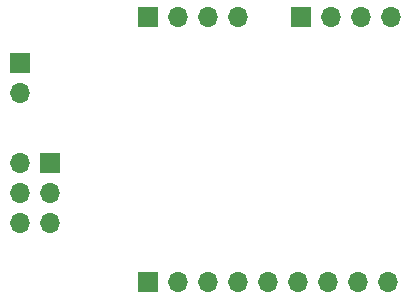
<source format=gbs>
%TF.GenerationSoftware,KiCad,Pcbnew,(5.1.9)-1*%
%TF.CreationDate,2022-01-04T17:54:44-06:00*%
%TF.ProjectId,BACEE,42414345-452e-46b6-9963-61645f706362,1*%
%TF.SameCoordinates,Original*%
%TF.FileFunction,Soldermask,Bot*%
%TF.FilePolarity,Negative*%
%FSLAX46Y46*%
G04 Gerber Fmt 4.6, Leading zero omitted, Abs format (unit mm)*
G04 Created by KiCad (PCBNEW (5.1.9)-1) date 2022-01-04 17:54:44*
%MOMM*%
%LPD*%
G01*
G04 APERTURE LIST*
%ADD10O,1.700000X1.700000*%
%ADD11R,1.700000X1.700000*%
G04 APERTURE END LIST*
D10*
%TO.C,BT1*%
X205550000Y-110236000D03*
D11*
X205550000Y-107696000D03*
%TD*%
D10*
%TO.C,J1*%
X236728000Y-126238000D03*
X234188000Y-126238000D03*
X231648000Y-126238000D03*
X229108000Y-126238000D03*
X226568000Y-126238000D03*
X224028000Y-126238000D03*
X221488000Y-126238000D03*
X218948000Y-126238000D03*
D11*
X216408000Y-126238000D03*
%TD*%
%TO.C,J2*%
X216408000Y-103822000D03*
D10*
X218948000Y-103822000D03*
X221488000Y-103822000D03*
X224028000Y-103822000D03*
%TD*%
%TO.C,J3*%
X205550000Y-121222000D03*
X208090000Y-121222000D03*
X205550000Y-118682000D03*
X208090000Y-118682000D03*
X205550000Y-116142000D03*
D11*
X208090000Y-116142000D03*
%TD*%
D10*
%TO.C,J4*%
X236982000Y-103822000D03*
X234442000Y-103822000D03*
X231902000Y-103822000D03*
D11*
X229362000Y-103822000D03*
%TD*%
M02*

</source>
